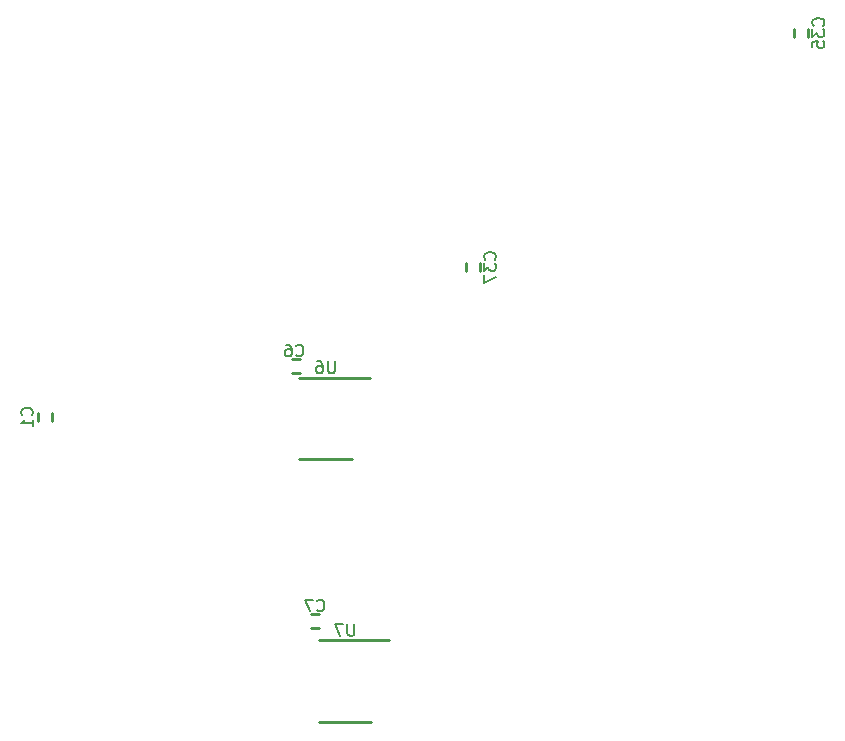
<source format=gbr>
G04 #@! TF.GenerationSoftware,KiCad,Pcbnew,(5.1.4)-1*
G04 #@! TF.CreationDate,2020-05-16T15:38:22+07:00*
G04 #@! TF.ProjectId,automata_smd,6175746f-6d61-4746-915f-736d642e6b69,rev?*
G04 #@! TF.SameCoordinates,Original*
G04 #@! TF.FileFunction,Legend,Bot*
G04 #@! TF.FilePolarity,Positive*
%FSLAX46Y46*%
G04 Gerber Fmt 4.6, Leading zero omitted, Abs format (unit mm)*
G04 Created by KiCad (PCBNEW (5.1.4)-1) date 2020-05-16 15:38:22*
%MOMM*%
%LPD*%
G04 APERTURE LIST*
%ADD10C,0.254000*%
%ADD11C,0.150000*%
G04 APERTURE END LIST*
D10*
X59248000Y-143658000D02*
X54798000Y-143658000D01*
X60773000Y-136758000D02*
X54798000Y-136758000D01*
X57597000Y-121433000D02*
X53147000Y-121433000D01*
X59122000Y-114533000D02*
X53147000Y-114533000D01*
X67218000Y-104806000D02*
X67218000Y-105506000D01*
X68418000Y-105506000D02*
X68418000Y-104806000D01*
X95031000Y-84994000D02*
X95031000Y-85694000D01*
X96231000Y-85694000D02*
X96231000Y-84994000D01*
X54833000Y-134528000D02*
X54133000Y-134528000D01*
X54133000Y-135728000D02*
X54833000Y-135728000D01*
X53182000Y-112938000D02*
X52482000Y-112938000D01*
X52482000Y-114138000D02*
X53182000Y-114138000D01*
X32223000Y-118206000D02*
X32223000Y-117506000D01*
X31023000Y-117506000D02*
X31023000Y-118206000D01*
D11*
X57784904Y-135360380D02*
X57784904Y-136169904D01*
X57737285Y-136265142D01*
X57689666Y-136312761D01*
X57594428Y-136360380D01*
X57403952Y-136360380D01*
X57308714Y-136312761D01*
X57261095Y-136265142D01*
X57213476Y-136169904D01*
X57213476Y-135360380D01*
X56832523Y-135360380D02*
X56165857Y-135360380D01*
X56594428Y-136360380D01*
X56133904Y-113135380D02*
X56133904Y-113944904D01*
X56086285Y-114040142D01*
X56038666Y-114087761D01*
X55943428Y-114135380D01*
X55752952Y-114135380D01*
X55657714Y-114087761D01*
X55610095Y-114040142D01*
X55562476Y-113944904D01*
X55562476Y-113135380D01*
X54657714Y-113135380D02*
X54848190Y-113135380D01*
X54943428Y-113183000D01*
X54991047Y-113230619D01*
X55086285Y-113373476D01*
X55133904Y-113563952D01*
X55133904Y-113944904D01*
X55086285Y-114040142D01*
X55038666Y-114087761D01*
X54943428Y-114135380D01*
X54752952Y-114135380D01*
X54657714Y-114087761D01*
X54610095Y-114040142D01*
X54562476Y-113944904D01*
X54562476Y-113706809D01*
X54610095Y-113611571D01*
X54657714Y-113563952D01*
X54752952Y-113516333D01*
X54943428Y-113516333D01*
X55038666Y-113563952D01*
X55086285Y-113611571D01*
X55133904Y-113706809D01*
X69675142Y-104513142D02*
X69722761Y-104465523D01*
X69770380Y-104322666D01*
X69770380Y-104227428D01*
X69722761Y-104084571D01*
X69627523Y-103989333D01*
X69532285Y-103941714D01*
X69341809Y-103894095D01*
X69198952Y-103894095D01*
X69008476Y-103941714D01*
X68913238Y-103989333D01*
X68818000Y-104084571D01*
X68770380Y-104227428D01*
X68770380Y-104322666D01*
X68818000Y-104465523D01*
X68865619Y-104513142D01*
X68770380Y-104846476D02*
X68770380Y-105465523D01*
X69151333Y-105132190D01*
X69151333Y-105275047D01*
X69198952Y-105370285D01*
X69246571Y-105417904D01*
X69341809Y-105465523D01*
X69579904Y-105465523D01*
X69675142Y-105417904D01*
X69722761Y-105370285D01*
X69770380Y-105275047D01*
X69770380Y-104989333D01*
X69722761Y-104894095D01*
X69675142Y-104846476D01*
X68770380Y-105798857D02*
X68770380Y-106465523D01*
X69770380Y-106036952D01*
X97488142Y-84701142D02*
X97535761Y-84653523D01*
X97583380Y-84510666D01*
X97583380Y-84415428D01*
X97535761Y-84272571D01*
X97440523Y-84177333D01*
X97345285Y-84129714D01*
X97154809Y-84082095D01*
X97011952Y-84082095D01*
X96821476Y-84129714D01*
X96726238Y-84177333D01*
X96631000Y-84272571D01*
X96583380Y-84415428D01*
X96583380Y-84510666D01*
X96631000Y-84653523D01*
X96678619Y-84701142D01*
X96583380Y-85034476D02*
X96583380Y-85653523D01*
X96964333Y-85320190D01*
X96964333Y-85463047D01*
X97011952Y-85558285D01*
X97059571Y-85605904D01*
X97154809Y-85653523D01*
X97392904Y-85653523D01*
X97488142Y-85605904D01*
X97535761Y-85558285D01*
X97583380Y-85463047D01*
X97583380Y-85177333D01*
X97535761Y-85082095D01*
X97488142Y-85034476D01*
X96583380Y-86558285D02*
X96583380Y-86082095D01*
X97059571Y-86034476D01*
X97011952Y-86082095D01*
X96964333Y-86177333D01*
X96964333Y-86415428D01*
X97011952Y-86510666D01*
X97059571Y-86558285D01*
X97154809Y-86605904D01*
X97392904Y-86605904D01*
X97488142Y-86558285D01*
X97535761Y-86510666D01*
X97583380Y-86415428D01*
X97583380Y-86177333D01*
X97535761Y-86082095D01*
X97488142Y-86034476D01*
X54649666Y-134215142D02*
X54697285Y-134262761D01*
X54840142Y-134310380D01*
X54935380Y-134310380D01*
X55078238Y-134262761D01*
X55173476Y-134167523D01*
X55221095Y-134072285D01*
X55268714Y-133881809D01*
X55268714Y-133738952D01*
X55221095Y-133548476D01*
X55173476Y-133453238D01*
X55078238Y-133358000D01*
X54935380Y-133310380D01*
X54840142Y-133310380D01*
X54697285Y-133358000D01*
X54649666Y-133405619D01*
X54316333Y-133310380D02*
X53649666Y-133310380D01*
X54078238Y-134310380D01*
X52871666Y-112625142D02*
X52919285Y-112672761D01*
X53062142Y-112720380D01*
X53157380Y-112720380D01*
X53300238Y-112672761D01*
X53395476Y-112577523D01*
X53443095Y-112482285D01*
X53490714Y-112291809D01*
X53490714Y-112148952D01*
X53443095Y-111958476D01*
X53395476Y-111863238D01*
X53300238Y-111768000D01*
X53157380Y-111720380D01*
X53062142Y-111720380D01*
X52919285Y-111768000D01*
X52871666Y-111815619D01*
X52014523Y-111720380D02*
X52205000Y-111720380D01*
X52300238Y-111768000D01*
X52347857Y-111815619D01*
X52443095Y-111958476D01*
X52490714Y-112148952D01*
X52490714Y-112529904D01*
X52443095Y-112625142D01*
X52395476Y-112672761D01*
X52300238Y-112720380D01*
X52109761Y-112720380D01*
X52014523Y-112672761D01*
X51966904Y-112625142D01*
X51919285Y-112529904D01*
X51919285Y-112291809D01*
X51966904Y-112196571D01*
X52014523Y-112148952D01*
X52109761Y-112101333D01*
X52300238Y-112101333D01*
X52395476Y-112148952D01*
X52443095Y-112196571D01*
X52490714Y-112291809D01*
X30480142Y-117689333D02*
X30527761Y-117641714D01*
X30575380Y-117498857D01*
X30575380Y-117403619D01*
X30527761Y-117260761D01*
X30432523Y-117165523D01*
X30337285Y-117117904D01*
X30146809Y-117070285D01*
X30003952Y-117070285D01*
X29813476Y-117117904D01*
X29718238Y-117165523D01*
X29623000Y-117260761D01*
X29575380Y-117403619D01*
X29575380Y-117498857D01*
X29623000Y-117641714D01*
X29670619Y-117689333D01*
X30575380Y-118641714D02*
X30575380Y-118070285D01*
X30575380Y-118356000D02*
X29575380Y-118356000D01*
X29718238Y-118260761D01*
X29813476Y-118165523D01*
X29861095Y-118070285D01*
M02*

</source>
